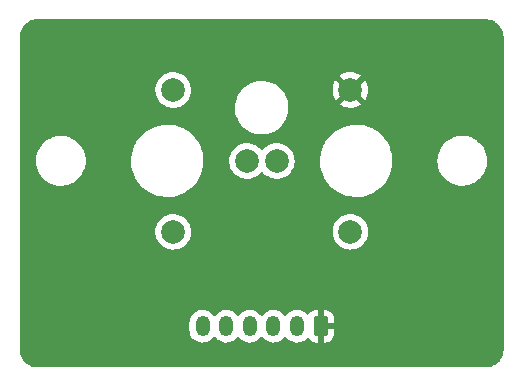
<source format=gbl>
%TF.GenerationSoftware,KiCad,Pcbnew,5.99.0-unknown-56f6e7cc17~117~ubuntu20.04.1*%
%TF.CreationDate,2021-03-07T11:01:33-05:00*%
%TF.ProjectId,LC24.2 Breakout,4c433234-2e32-4204-9272-65616b6f7574,rev?*%
%TF.SameCoordinates,Original*%
%TF.FileFunction,Copper,L2,Bot*%
%TF.FilePolarity,Positive*%
%FSLAX46Y46*%
G04 Gerber Fmt 4.6, Leading zero omitted, Abs format (unit mm)*
G04 Created by KiCad (PCBNEW 5.99.0-unknown-56f6e7cc17~117~ubuntu20.04.1) date 2021-03-07 11:01:33*
%MOMM*%
%LPD*%
G01*
G04 APERTURE LIST*
G04 Aperture macros list*
%AMRoundRect*
0 Rectangle with rounded corners*
0 $1 Rounding radius*
0 $2 $3 $4 $5 $6 $7 $8 $9 X,Y pos of 4 corners*
0 Add a 4 corners polygon primitive as box body*
4,1,4,$2,$3,$4,$5,$6,$7,$8,$9,$2,$3,0*
0 Add four circle primitives for the rounded corners*
1,1,$1+$1,$2,$3*
1,1,$1+$1,$4,$5*
1,1,$1+$1,$6,$7*
1,1,$1+$1,$8,$9*
0 Add four rect primitives between the rounded corners*
20,1,$1+$1,$2,$3,$4,$5,0*
20,1,$1+$1,$4,$5,$6,$7,0*
20,1,$1+$1,$6,$7,$8,$9,0*
20,1,$1+$1,$8,$9,$2,$3,0*%
G04 Aperture macros list end*
%TA.AperFunction,ComponentPad*%
%ADD10C,2.000000*%
%TD*%
%TA.AperFunction,ComponentPad*%
%ADD11O,1.200000X1.750000*%
%TD*%
%TA.AperFunction,ComponentPad*%
%ADD12RoundRect,0.250000X0.350000X0.625000X-0.350000X0.625000X-0.350000X-0.625000X0.350000X-0.625000X0*%
%TD*%
G04 APERTURE END LIST*
D10*
%TO.P,SW1,5*%
%TO.N,SW1*%
X167285000Y-105500000D03*
%TO.P,SW1,6*%
%TO.N,SW2*%
X164765000Y-105500000D03*
%TO.P,SW1,4,DAT*%
%TO.N,DAT*%
X158515000Y-111500000D03*
%TO.P,SW1,2,5V*%
%TO.N,+5V*%
X173515000Y-111500000D03*
%TO.P,SW1,1,GND*%
%TO.N,GND*%
X173515000Y-99500000D03*
%TO.P,SW1,3,CLK*%
%TO.N,CLK*%
X158515000Y-99500000D03*
%TD*%
D11*
%TO.P,J1,6,Pin_6*%
%TO.N,SW2*%
X161000000Y-119500000D03*
%TO.P,J1,5,Pin_5*%
%TO.N,SW1*%
X163000000Y-119500000D03*
%TO.P,J1,4,Pin_4*%
%TO.N,CLK*%
X165000000Y-119500000D03*
%TO.P,J1,3,Pin_3*%
%TO.N,DAT*%
X167000000Y-119500000D03*
%TO.P,J1,2,Pin_2*%
%TO.N,+5V*%
X169000000Y-119500000D03*
D12*
%TO.P,J1,1,Pin_1*%
%TO.N,GND*%
X171000000Y-119500000D03*
%TD*%
%TA.AperFunction,Conductor*%
%TO.N,GND*%
G36*
X184939027Y-93509874D02*
G01*
X184947679Y-93511383D01*
X184947680Y-93511383D01*
X184952473Y-93512219D01*
X184957332Y-93512308D01*
X184957337Y-93512308D01*
X185067689Y-93514318D01*
X185074380Y-93514618D01*
X185090883Y-93515798D01*
X185119546Y-93517848D01*
X185128453Y-93518806D01*
X185294048Y-93542615D01*
X185302876Y-93544208D01*
X185329239Y-93549942D01*
X185337945Y-93552165D01*
X185498462Y-93599297D01*
X185506996Y-93602137D01*
X185532236Y-93611551D01*
X185540547Y-93614994D01*
X185692736Y-93684497D01*
X185700778Y-93688522D01*
X185724425Y-93701434D01*
X185732160Y-93706024D01*
X185872883Y-93796460D01*
X185880273Y-93801590D01*
X185901864Y-93817753D01*
X185908867Y-93823397D01*
X186035292Y-93932945D01*
X186041874Y-93939074D01*
X186060927Y-93958127D01*
X186067057Y-93964710D01*
X186176607Y-94091139D01*
X186182246Y-94098137D01*
X186198406Y-94119722D01*
X186203533Y-94127106D01*
X186293981Y-94267847D01*
X186298570Y-94275581D01*
X186311478Y-94299220D01*
X186315500Y-94307255D01*
X186384997Y-94459430D01*
X186388440Y-94467742D01*
X186397867Y-94493018D01*
X186400707Y-94501551D01*
X186447832Y-94662044D01*
X186450055Y-94670753D01*
X186455787Y-94697097D01*
X186457383Y-94705942D01*
X186457386Y-94705959D01*
X186481193Y-94871550D01*
X186482154Y-94880490D01*
X186485382Y-94925616D01*
X186485682Y-94932311D01*
X186487381Y-95025565D01*
X186487721Y-95044250D01*
X186488437Y-95048671D01*
X186488437Y-95048676D01*
X186490381Y-95060685D01*
X186492000Y-95080816D01*
X186492000Y-121417379D01*
X186490126Y-121439027D01*
X186487781Y-121452473D01*
X186487692Y-121457332D01*
X186487692Y-121457337D01*
X186485682Y-121567689D01*
X186485382Y-121574380D01*
X186482152Y-121619546D01*
X186481195Y-121628450D01*
X186472761Y-121687107D01*
X186457385Y-121794045D01*
X186455789Y-121802891D01*
X186450056Y-121829244D01*
X186447840Y-121837928D01*
X186419443Y-121934640D01*
X186400702Y-121998465D01*
X186397862Y-122006998D01*
X186388450Y-122032233D01*
X186385008Y-122040543D01*
X186315501Y-122192742D01*
X186311475Y-122200785D01*
X186298571Y-122224417D01*
X186293981Y-122232152D01*
X186203535Y-122372891D01*
X186198411Y-122380271D01*
X186185105Y-122398046D01*
X186182255Y-122401853D01*
X186176614Y-122408853D01*
X186067063Y-122535284D01*
X186060933Y-122541867D01*
X186041868Y-122560932D01*
X186035285Y-122567062D01*
X185908859Y-122676610D01*
X185901865Y-122682246D01*
X185880260Y-122698420D01*
X185872902Y-122703528D01*
X185761071Y-122775397D01*
X185732156Y-122793979D01*
X185724428Y-122798565D01*
X185700769Y-122811483D01*
X185692735Y-122815505D01*
X185540549Y-122885006D01*
X185532238Y-122888448D01*
X185506989Y-122897865D01*
X185498457Y-122900705D01*
X185433057Y-122919908D01*
X185337953Y-122947833D01*
X185329247Y-122950055D01*
X185302894Y-122955788D01*
X185294047Y-122957385D01*
X185253048Y-122963280D01*
X185128451Y-122981193D01*
X185119510Y-122982154D01*
X185074383Y-122985382D01*
X185067688Y-122985682D01*
X184960233Y-122987639D01*
X184960228Y-122987639D01*
X184955751Y-122987721D01*
X184940891Y-122990126D01*
X184939309Y-122990382D01*
X184919179Y-122992000D01*
X147082621Y-122992000D01*
X147060973Y-122990126D01*
X147052321Y-122988617D01*
X147052320Y-122988617D01*
X147047527Y-122987781D01*
X147042668Y-122987692D01*
X147042663Y-122987692D01*
X146932311Y-122985682D01*
X146925620Y-122985382D01*
X146909117Y-122984202D01*
X146880454Y-122982152D01*
X146871550Y-122981195D01*
X146732990Y-122961272D01*
X146705955Y-122957385D01*
X146697108Y-122955789D01*
X146670756Y-122950056D01*
X146662072Y-122947840D01*
X146565360Y-122919443D01*
X146501535Y-122900702D01*
X146493002Y-122897862D01*
X146467767Y-122888450D01*
X146459457Y-122885008D01*
X146307258Y-122815501D01*
X146299215Y-122811475D01*
X146275583Y-122798571D01*
X146267848Y-122793981D01*
X146157161Y-122722848D01*
X146127104Y-122703532D01*
X146119729Y-122698411D01*
X146098147Y-122682255D01*
X146091147Y-122676614D01*
X145964716Y-122567063D01*
X145958133Y-122560933D01*
X145939068Y-122541868D01*
X145932938Y-122535285D01*
X145823390Y-122408859D01*
X145817749Y-122401859D01*
X145817745Y-122401853D01*
X145801580Y-122380260D01*
X145796472Y-122372902D01*
X145706021Y-122232156D01*
X145701431Y-122224421D01*
X145688521Y-122200778D01*
X145684495Y-122192735D01*
X145614994Y-122040549D01*
X145611552Y-122032238D01*
X145602135Y-122006989D01*
X145599295Y-121998457D01*
X145552169Y-121837962D01*
X145549945Y-121829247D01*
X145544212Y-121802894D01*
X145542614Y-121794041D01*
X145518807Y-121628451D01*
X145517846Y-121619510D01*
X145514618Y-121574383D01*
X145514318Y-121567688D01*
X145512361Y-121460233D01*
X145512361Y-121460228D01*
X145512279Y-121455751D01*
X145509618Y-121439309D01*
X145508000Y-121419179D01*
X145508000Y-119122762D01*
X159891500Y-119122762D01*
X159891500Y-119827406D01*
X159906589Y-119985558D01*
X159966131Y-120188518D01*
X160062978Y-120376558D01*
X160193635Y-120542891D01*
X160198165Y-120546822D01*
X160198166Y-120546823D01*
X160348856Y-120677587D01*
X160348861Y-120677591D01*
X160353387Y-120681518D01*
X160536471Y-120787434D01*
X160542147Y-120789405D01*
X160730607Y-120854850D01*
X160730610Y-120854851D01*
X160736281Y-120856820D01*
X160855237Y-120874068D01*
X160939666Y-120886310D01*
X160939669Y-120886310D01*
X160945606Y-120887171D01*
X161156894Y-120877391D01*
X161288460Y-120845683D01*
X161356687Y-120829241D01*
X161356689Y-120829240D01*
X161362520Y-120827835D01*
X161367978Y-120825353D01*
X161367982Y-120825352D01*
X161484776Y-120772249D01*
X161555066Y-120740290D01*
X161727584Y-120617914D01*
X161736782Y-120608306D01*
X161869698Y-120469460D01*
X161869702Y-120469455D01*
X161873848Y-120465124D01*
X161877101Y-120460086D01*
X161877105Y-120460081D01*
X161894741Y-120432767D01*
X161948496Y-120386389D01*
X162018791Y-120376435D01*
X162083309Y-120406066D01*
X162099678Y-120423280D01*
X162184592Y-120531379D01*
X162193635Y-120542891D01*
X162198165Y-120546822D01*
X162198166Y-120546823D01*
X162348856Y-120677587D01*
X162348861Y-120677591D01*
X162353387Y-120681518D01*
X162536471Y-120787434D01*
X162542147Y-120789405D01*
X162730607Y-120854850D01*
X162730610Y-120854851D01*
X162736281Y-120856820D01*
X162855237Y-120874068D01*
X162939666Y-120886310D01*
X162939669Y-120886310D01*
X162945606Y-120887171D01*
X163156894Y-120877391D01*
X163288460Y-120845683D01*
X163356687Y-120829241D01*
X163356689Y-120829240D01*
X163362520Y-120827835D01*
X163367978Y-120825353D01*
X163367982Y-120825352D01*
X163484776Y-120772249D01*
X163555066Y-120740290D01*
X163727584Y-120617914D01*
X163736782Y-120608306D01*
X163869698Y-120469460D01*
X163869702Y-120469455D01*
X163873848Y-120465124D01*
X163877101Y-120460086D01*
X163877105Y-120460081D01*
X163894741Y-120432767D01*
X163948496Y-120386389D01*
X164018791Y-120376435D01*
X164083309Y-120406066D01*
X164099678Y-120423280D01*
X164184592Y-120531379D01*
X164193635Y-120542891D01*
X164198165Y-120546822D01*
X164198166Y-120546823D01*
X164348856Y-120677587D01*
X164348861Y-120677591D01*
X164353387Y-120681518D01*
X164536471Y-120787434D01*
X164542147Y-120789405D01*
X164730607Y-120854850D01*
X164730610Y-120854851D01*
X164736281Y-120856820D01*
X164855237Y-120874068D01*
X164939666Y-120886310D01*
X164939669Y-120886310D01*
X164945606Y-120887171D01*
X165156894Y-120877391D01*
X165288460Y-120845683D01*
X165356687Y-120829241D01*
X165356689Y-120829240D01*
X165362520Y-120827835D01*
X165367978Y-120825353D01*
X165367982Y-120825352D01*
X165484776Y-120772249D01*
X165555066Y-120740290D01*
X165727584Y-120617914D01*
X165736782Y-120608306D01*
X165869698Y-120469460D01*
X165869702Y-120469455D01*
X165873848Y-120465124D01*
X165877101Y-120460086D01*
X165877105Y-120460081D01*
X165894741Y-120432767D01*
X165948496Y-120386389D01*
X166018791Y-120376435D01*
X166083309Y-120406066D01*
X166099678Y-120423280D01*
X166184592Y-120531379D01*
X166193635Y-120542891D01*
X166198165Y-120546822D01*
X166198166Y-120546823D01*
X166348856Y-120677587D01*
X166348861Y-120677591D01*
X166353387Y-120681518D01*
X166536471Y-120787434D01*
X166542147Y-120789405D01*
X166730607Y-120854850D01*
X166730610Y-120854851D01*
X166736281Y-120856820D01*
X166855237Y-120874068D01*
X166939666Y-120886310D01*
X166939669Y-120886310D01*
X166945606Y-120887171D01*
X167156894Y-120877391D01*
X167288460Y-120845683D01*
X167356687Y-120829241D01*
X167356689Y-120829240D01*
X167362520Y-120827835D01*
X167367978Y-120825353D01*
X167367982Y-120825352D01*
X167484776Y-120772249D01*
X167555066Y-120740290D01*
X167727584Y-120617914D01*
X167736782Y-120608306D01*
X167869698Y-120469460D01*
X167869702Y-120469455D01*
X167873848Y-120465124D01*
X167877101Y-120460086D01*
X167877105Y-120460081D01*
X167894741Y-120432767D01*
X167948496Y-120386389D01*
X168018791Y-120376435D01*
X168083309Y-120406066D01*
X168099678Y-120423280D01*
X168184592Y-120531379D01*
X168193635Y-120542891D01*
X168198165Y-120546822D01*
X168198166Y-120546823D01*
X168348856Y-120677587D01*
X168348861Y-120677591D01*
X168353387Y-120681518D01*
X168536471Y-120787434D01*
X168542147Y-120789405D01*
X168730607Y-120854850D01*
X168730610Y-120854851D01*
X168736281Y-120856820D01*
X168855237Y-120874068D01*
X168939666Y-120886310D01*
X168939669Y-120886310D01*
X168945606Y-120887171D01*
X169156894Y-120877391D01*
X169288460Y-120845683D01*
X169356687Y-120829241D01*
X169356689Y-120829240D01*
X169362520Y-120827835D01*
X169367978Y-120825353D01*
X169367982Y-120825352D01*
X169484776Y-120772249D01*
X169555066Y-120740290D01*
X169727584Y-120617914D01*
X169819460Y-120521939D01*
X169881013Y-120486564D01*
X169951923Y-120490083D01*
X170009673Y-120531379D01*
X170015848Y-120539986D01*
X170060641Y-120608306D01*
X170069965Y-120619458D01*
X170187629Y-120730922D01*
X170199276Y-120739635D01*
X170339429Y-120821043D01*
X170352754Y-120826837D01*
X170508700Y-120874068D01*
X170521323Y-120876516D01*
X170591184Y-120882751D01*
X170596779Y-120883000D01*
X170727885Y-120883000D01*
X170743124Y-120878525D01*
X170744329Y-120877135D01*
X170746000Y-120869452D01*
X170746000Y-119767548D01*
X171254000Y-119767548D01*
X171254000Y-120864885D01*
X171258475Y-120880124D01*
X171259865Y-120881329D01*
X171267548Y-120883000D01*
X171389223Y-120883000D01*
X171396524Y-120882576D01*
X171518255Y-120868383D01*
X171532410Y-120865037D01*
X171684761Y-120809737D01*
X171697760Y-120803227D01*
X171833306Y-120714359D01*
X171844458Y-120705035D01*
X171955922Y-120587371D01*
X171964635Y-120575724D01*
X172046043Y-120435571D01*
X172051837Y-120422246D01*
X172099068Y-120266300D01*
X172101516Y-120253677D01*
X172107751Y-120183816D01*
X172108000Y-120178221D01*
X172108000Y-119772115D01*
X172103525Y-119756876D01*
X172102135Y-119755671D01*
X172094452Y-119754000D01*
X171272115Y-119754000D01*
X171256876Y-119758475D01*
X171255671Y-119759865D01*
X171254000Y-119767548D01*
X170746000Y-119767548D01*
X170746000Y-118135115D01*
X170744659Y-118130548D01*
X171254000Y-118130548D01*
X171254000Y-119227885D01*
X171258475Y-119243124D01*
X171259865Y-119244329D01*
X171267548Y-119246000D01*
X172089885Y-119246000D01*
X172105124Y-119241525D01*
X172106329Y-119240135D01*
X172108000Y-119232452D01*
X172108000Y-118835777D01*
X172107576Y-118828476D01*
X172093383Y-118706745D01*
X172090037Y-118692590D01*
X172034737Y-118540239D01*
X172028227Y-118527240D01*
X171939359Y-118391694D01*
X171930035Y-118380542D01*
X171812371Y-118269078D01*
X171800724Y-118260365D01*
X171660571Y-118178957D01*
X171647246Y-118173163D01*
X171491300Y-118125932D01*
X171478677Y-118123484D01*
X171408816Y-118117249D01*
X171403221Y-118117000D01*
X171272115Y-118117000D01*
X171256876Y-118121475D01*
X171255671Y-118122865D01*
X171254000Y-118130548D01*
X170744659Y-118130548D01*
X170741525Y-118119876D01*
X170740135Y-118118671D01*
X170732452Y-118117000D01*
X170610777Y-118117000D01*
X170603476Y-118117424D01*
X170481745Y-118131617D01*
X170467590Y-118134963D01*
X170315239Y-118190263D01*
X170302240Y-118196773D01*
X170166694Y-118285641D01*
X170155542Y-118294965D01*
X170044078Y-118412629D01*
X170035362Y-118424279D01*
X170020347Y-118450129D01*
X169968836Y-118498987D01*
X169899087Y-118512239D01*
X169833246Y-118485679D01*
X169812307Y-118464674D01*
X169806365Y-118457109D01*
X169801834Y-118453177D01*
X169651144Y-118322413D01*
X169651139Y-118322409D01*
X169646613Y-118318482D01*
X169463529Y-118212566D01*
X169418050Y-118196773D01*
X169269393Y-118145150D01*
X169269390Y-118145149D01*
X169263719Y-118143180D01*
X169131535Y-118124014D01*
X169060334Y-118113690D01*
X169060331Y-118113690D01*
X169054394Y-118112829D01*
X168843106Y-118122609D01*
X168711540Y-118154317D01*
X168643313Y-118170759D01*
X168643311Y-118170760D01*
X168637480Y-118172165D01*
X168632022Y-118174647D01*
X168632018Y-118174648D01*
X168597675Y-118190263D01*
X168444934Y-118259710D01*
X168272416Y-118382086D01*
X168268267Y-118386420D01*
X168268266Y-118386421D01*
X168130302Y-118530540D01*
X168130298Y-118530545D01*
X168126152Y-118534876D01*
X168122899Y-118539914D01*
X168122895Y-118539919D01*
X168105259Y-118567233D01*
X168051504Y-118613611D01*
X167981209Y-118623565D01*
X167916691Y-118593934D01*
X167900322Y-118576720D01*
X167810072Y-118461828D01*
X167810069Y-118461825D01*
X167806365Y-118457109D01*
X167801834Y-118453177D01*
X167651144Y-118322413D01*
X167651139Y-118322409D01*
X167646613Y-118318482D01*
X167463529Y-118212566D01*
X167418050Y-118196773D01*
X167269393Y-118145150D01*
X167269390Y-118145149D01*
X167263719Y-118143180D01*
X167131535Y-118124014D01*
X167060334Y-118113690D01*
X167060331Y-118113690D01*
X167054394Y-118112829D01*
X166843106Y-118122609D01*
X166711540Y-118154317D01*
X166643313Y-118170759D01*
X166643311Y-118170760D01*
X166637480Y-118172165D01*
X166632022Y-118174647D01*
X166632018Y-118174648D01*
X166597675Y-118190263D01*
X166444934Y-118259710D01*
X166272416Y-118382086D01*
X166268267Y-118386420D01*
X166268266Y-118386421D01*
X166130302Y-118530540D01*
X166130298Y-118530545D01*
X166126152Y-118534876D01*
X166122899Y-118539914D01*
X166122895Y-118539919D01*
X166105259Y-118567233D01*
X166051504Y-118613611D01*
X165981209Y-118623565D01*
X165916691Y-118593934D01*
X165900322Y-118576720D01*
X165810072Y-118461828D01*
X165810069Y-118461825D01*
X165806365Y-118457109D01*
X165801834Y-118453177D01*
X165651144Y-118322413D01*
X165651139Y-118322409D01*
X165646613Y-118318482D01*
X165463529Y-118212566D01*
X165418050Y-118196773D01*
X165269393Y-118145150D01*
X165269390Y-118145149D01*
X165263719Y-118143180D01*
X165131535Y-118124014D01*
X165060334Y-118113690D01*
X165060331Y-118113690D01*
X165054394Y-118112829D01*
X164843106Y-118122609D01*
X164711540Y-118154317D01*
X164643313Y-118170759D01*
X164643311Y-118170760D01*
X164637480Y-118172165D01*
X164632022Y-118174647D01*
X164632018Y-118174648D01*
X164597675Y-118190263D01*
X164444934Y-118259710D01*
X164272416Y-118382086D01*
X164268267Y-118386420D01*
X164268266Y-118386421D01*
X164130302Y-118530540D01*
X164130298Y-118530545D01*
X164126152Y-118534876D01*
X164122899Y-118539914D01*
X164122895Y-118539919D01*
X164105259Y-118567233D01*
X164051504Y-118613611D01*
X163981209Y-118623565D01*
X163916691Y-118593934D01*
X163900322Y-118576720D01*
X163810072Y-118461828D01*
X163810069Y-118461825D01*
X163806365Y-118457109D01*
X163801834Y-118453177D01*
X163651144Y-118322413D01*
X163651139Y-118322409D01*
X163646613Y-118318482D01*
X163463529Y-118212566D01*
X163418050Y-118196773D01*
X163269393Y-118145150D01*
X163269390Y-118145149D01*
X163263719Y-118143180D01*
X163131535Y-118124014D01*
X163060334Y-118113690D01*
X163060331Y-118113690D01*
X163054394Y-118112829D01*
X162843106Y-118122609D01*
X162711540Y-118154317D01*
X162643313Y-118170759D01*
X162643311Y-118170760D01*
X162637480Y-118172165D01*
X162632022Y-118174647D01*
X162632018Y-118174648D01*
X162597675Y-118190263D01*
X162444934Y-118259710D01*
X162272416Y-118382086D01*
X162268267Y-118386420D01*
X162268266Y-118386421D01*
X162130302Y-118530540D01*
X162130298Y-118530545D01*
X162126152Y-118534876D01*
X162122899Y-118539914D01*
X162122895Y-118539919D01*
X162105259Y-118567233D01*
X162051504Y-118613611D01*
X161981209Y-118623565D01*
X161916691Y-118593934D01*
X161900322Y-118576720D01*
X161810072Y-118461828D01*
X161810069Y-118461825D01*
X161806365Y-118457109D01*
X161801834Y-118453177D01*
X161651144Y-118322413D01*
X161651139Y-118322409D01*
X161646613Y-118318482D01*
X161463529Y-118212566D01*
X161418050Y-118196773D01*
X161269393Y-118145150D01*
X161269390Y-118145149D01*
X161263719Y-118143180D01*
X161131535Y-118124014D01*
X161060334Y-118113690D01*
X161060331Y-118113690D01*
X161054394Y-118112829D01*
X160843106Y-118122609D01*
X160711540Y-118154317D01*
X160643313Y-118170759D01*
X160643311Y-118170760D01*
X160637480Y-118172165D01*
X160632022Y-118174647D01*
X160632018Y-118174648D01*
X160597675Y-118190263D01*
X160444934Y-118259710D01*
X160272416Y-118382086D01*
X160268267Y-118386420D01*
X160268266Y-118386421D01*
X160130302Y-118530540D01*
X160130298Y-118530545D01*
X160126152Y-118534876D01*
X160122900Y-118539912D01*
X160122898Y-118539915D01*
X160015178Y-118706745D01*
X160011418Y-118712568D01*
X159932354Y-118908749D01*
X159931206Y-118914630D01*
X159931204Y-118914635D01*
X159909309Y-119026754D01*
X159891814Y-119116341D01*
X159891500Y-119122762D01*
X145508000Y-119122762D01*
X145508000Y-111605576D01*
X157005187Y-111605576D01*
X157041488Y-111845609D01*
X157043034Y-111850425D01*
X157043035Y-111850428D01*
X157091964Y-112002821D01*
X157115700Y-112076750D01*
X157225911Y-112293053D01*
X157228901Y-112297138D01*
X157330187Y-112435527D01*
X157369288Y-112488952D01*
X157542141Y-112659408D01*
X157546266Y-112662340D01*
X157546269Y-112662342D01*
X157735898Y-112797105D01*
X157735902Y-112797108D01*
X157740023Y-112800036D01*
X157744561Y-112802269D01*
X157744566Y-112802272D01*
X157902602Y-112880035D01*
X157957843Y-112907217D01*
X157962678Y-112908695D01*
X157962680Y-112908696D01*
X158041295Y-112932730D01*
X158189998Y-112978193D01*
X158195017Y-112978880D01*
X158195019Y-112978881D01*
X158370240Y-113002883D01*
X158430514Y-113011140D01*
X158499858Y-113009445D01*
X158668143Y-113005333D01*
X158668147Y-113005333D01*
X158673204Y-113005209D01*
X158911823Y-112960552D01*
X159140234Y-112878320D01*
X159352558Y-112760626D01*
X159356536Y-112757496D01*
X159356540Y-112757493D01*
X159539358Y-112613629D01*
X159539359Y-112613628D01*
X159543334Y-112610500D01*
X159655104Y-112488952D01*
X159704231Y-112435527D01*
X159704234Y-112435523D01*
X159707654Y-112431804D01*
X159841290Y-112229134D01*
X159907746Y-112081263D01*
X159938730Y-112012322D01*
X159938732Y-112012316D01*
X159940804Y-112007706D01*
X159982946Y-111850428D01*
X160002327Y-111778098D01*
X160002327Y-111778097D01*
X160003635Y-111773216D01*
X160020663Y-111605576D01*
X172005187Y-111605576D01*
X172041488Y-111845609D01*
X172043034Y-111850425D01*
X172043035Y-111850428D01*
X172091964Y-112002821D01*
X172115700Y-112076750D01*
X172225911Y-112293053D01*
X172228901Y-112297138D01*
X172330187Y-112435527D01*
X172369288Y-112488952D01*
X172542141Y-112659408D01*
X172546266Y-112662340D01*
X172546269Y-112662342D01*
X172735898Y-112797105D01*
X172735902Y-112797108D01*
X172740023Y-112800036D01*
X172744561Y-112802269D01*
X172744566Y-112802272D01*
X172902602Y-112880035D01*
X172957843Y-112907217D01*
X172962678Y-112908695D01*
X172962680Y-112908696D01*
X173041295Y-112932730D01*
X173189998Y-112978193D01*
X173195017Y-112978880D01*
X173195019Y-112978881D01*
X173370240Y-113002883D01*
X173430514Y-113011140D01*
X173499858Y-113009445D01*
X173668143Y-113005333D01*
X173668147Y-113005333D01*
X173673204Y-113005209D01*
X173911823Y-112960552D01*
X174140234Y-112878320D01*
X174352558Y-112760626D01*
X174356536Y-112757496D01*
X174356540Y-112757493D01*
X174539358Y-112613629D01*
X174539359Y-112613628D01*
X174543334Y-112610500D01*
X174655104Y-112488952D01*
X174704231Y-112435527D01*
X174704234Y-112435523D01*
X174707654Y-112431804D01*
X174841290Y-112229134D01*
X174907746Y-112081263D01*
X174938730Y-112012322D01*
X174938732Y-112012316D01*
X174940804Y-112007706D01*
X174982946Y-111850428D01*
X175002327Y-111778098D01*
X175002327Y-111778097D01*
X175003635Y-111773216D01*
X175028168Y-111531696D01*
X175028500Y-111500000D01*
X175009031Y-111258020D01*
X174977243Y-111128600D01*
X174952331Y-111027179D01*
X174951124Y-111022265D01*
X174898741Y-110898857D01*
X174858245Y-110803456D01*
X174858245Y-110803455D01*
X174856269Y-110798801D01*
X174726907Y-110593378D01*
X174566365Y-110411279D01*
X174378775Y-110257191D01*
X174168962Y-110135076D01*
X174164235Y-110133262D01*
X174164232Y-110133260D01*
X173947048Y-110049891D01*
X173947044Y-110049890D01*
X173942324Y-110048078D01*
X173937374Y-110047044D01*
X173937371Y-110047043D01*
X173709643Y-109999468D01*
X173709639Y-109999468D01*
X173704692Y-109998434D01*
X173462180Y-109987422D01*
X173457160Y-109988003D01*
X173457156Y-109988003D01*
X173226056Y-110014742D01*
X173221026Y-110015324D01*
X173216155Y-110016702D01*
X173216152Y-110016703D01*
X173108955Y-110047037D01*
X172987436Y-110081424D01*
X172877427Y-110132722D01*
X172772001Y-110181882D01*
X172771997Y-110181884D01*
X172767419Y-110184019D01*
X172566635Y-110320472D01*
X172390250Y-110487271D01*
X172387172Y-110491297D01*
X172387171Y-110491298D01*
X172245875Y-110676105D01*
X172245872Y-110676109D01*
X172242802Y-110680125D01*
X172128085Y-110894072D01*
X172126439Y-110898853D01*
X172126437Y-110898857D01*
X172083944Y-111022265D01*
X172049049Y-111123608D01*
X172007729Y-111362828D01*
X172005187Y-111605576D01*
X160020663Y-111605576D01*
X160028168Y-111531696D01*
X160028500Y-111500000D01*
X160009031Y-111258020D01*
X159977243Y-111128600D01*
X159952331Y-111027179D01*
X159951124Y-111022265D01*
X159898741Y-110898857D01*
X159858245Y-110803456D01*
X159858245Y-110803455D01*
X159856269Y-110798801D01*
X159726907Y-110593378D01*
X159566365Y-110411279D01*
X159378775Y-110257191D01*
X159168962Y-110135076D01*
X159164235Y-110133262D01*
X159164232Y-110133260D01*
X158947048Y-110049891D01*
X158947044Y-110049890D01*
X158942324Y-110048078D01*
X158937374Y-110047044D01*
X158937371Y-110047043D01*
X158709643Y-109999468D01*
X158709639Y-109999468D01*
X158704692Y-109998434D01*
X158462180Y-109987422D01*
X158457160Y-109988003D01*
X158457156Y-109988003D01*
X158226056Y-110014742D01*
X158221026Y-110015324D01*
X158216155Y-110016702D01*
X158216152Y-110016703D01*
X158108955Y-110047037D01*
X157987436Y-110081424D01*
X157877427Y-110132722D01*
X157772001Y-110181882D01*
X157771997Y-110181884D01*
X157767419Y-110184019D01*
X157566635Y-110320472D01*
X157390250Y-110487271D01*
X157387172Y-110491297D01*
X157387171Y-110491298D01*
X157245875Y-110676105D01*
X157245872Y-110676109D01*
X157242802Y-110680125D01*
X157128085Y-110894072D01*
X157126439Y-110898853D01*
X157126437Y-110898857D01*
X157083944Y-111022265D01*
X157049049Y-111123608D01*
X157007729Y-111362828D01*
X157005187Y-111605576D01*
X145508000Y-111605576D01*
X145508000Y-105477868D01*
X146886616Y-105477868D01*
X146903166Y-105764892D01*
X146903991Y-105769097D01*
X146903992Y-105769105D01*
X146915223Y-105826348D01*
X146958516Y-106047014D01*
X146959903Y-106051065D01*
X147042754Y-106293053D01*
X147051642Y-106319014D01*
X147053568Y-106322843D01*
X147128048Y-106470929D01*
X147180822Y-106575859D01*
X147230133Y-106647607D01*
X147309497Y-106763082D01*
X147343664Y-106812796D01*
X147537155Y-107025440D01*
X147757716Y-107209857D01*
X147761357Y-107212141D01*
X147997624Y-107360352D01*
X147997628Y-107360354D01*
X148001264Y-107362635D01*
X148263293Y-107480945D01*
X148267412Y-107482165D01*
X148534841Y-107561382D01*
X148534846Y-107561383D01*
X148538954Y-107562600D01*
X148543188Y-107563248D01*
X148543193Y-107563249D01*
X148796037Y-107601940D01*
X148823147Y-107606088D01*
X148969498Y-107608387D01*
X149106321Y-107610537D01*
X149106327Y-107610537D01*
X149110612Y-107610604D01*
X149114864Y-107610089D01*
X149114872Y-107610089D01*
X149336529Y-107583265D01*
X149396030Y-107576064D01*
X149400179Y-107574976D01*
X149400182Y-107574975D01*
X149669970Y-107504198D01*
X149674121Y-107503109D01*
X149939736Y-107393087D01*
X149988827Y-107364401D01*
X150184255Y-107250202D01*
X150184257Y-107250200D01*
X150187963Y-107248035D01*
X150414208Y-107070637D01*
X150471865Y-107011140D01*
X150571139Y-106908696D01*
X150614283Y-106864175D01*
X150616816Y-106860727D01*
X150616820Y-106860722D01*
X150781949Y-106635925D01*
X150784487Y-106632470D01*
X150815224Y-106575859D01*
X150919621Y-106383585D01*
X150919622Y-106383583D01*
X150921671Y-106379809D01*
X151023295Y-106110869D01*
X151054255Y-105975689D01*
X151086521Y-105834808D01*
X151086522Y-105834804D01*
X151087479Y-105830624D01*
X151092970Y-105769105D01*
X151107445Y-105606915D01*
X154953366Y-105606915D01*
X154953693Y-105610471D01*
X154953693Y-105610478D01*
X154974839Y-105840604D01*
X154985150Y-105952814D01*
X155055886Y-106292892D01*
X155057003Y-106296279D01*
X155057005Y-106296287D01*
X155161649Y-106613629D01*
X155164666Y-106622777D01*
X155166161Y-106626019D01*
X155166161Y-106626020D01*
X155283264Y-106880035D01*
X155310090Y-106938226D01*
X155490289Y-107235186D01*
X155492473Y-107238006D01*
X155492478Y-107238014D01*
X155698581Y-107504198D01*
X155702947Y-107509837D01*
X155945329Y-107758649D01*
X156214320Y-107978424D01*
X156241577Y-107995956D01*
X156503457Y-108164404D01*
X156503465Y-108164408D01*
X156506460Y-108166335D01*
X156817995Y-108319967D01*
X156821352Y-108321172D01*
X156821356Y-108321174D01*
X156939131Y-108363459D01*
X157144919Y-108437344D01*
X157483029Y-108516959D01*
X157486560Y-108517377D01*
X157486566Y-108517378D01*
X157824435Y-108557367D01*
X157824441Y-108557367D01*
X157827978Y-108557786D01*
X157831540Y-108557802D01*
X157831547Y-108557802D01*
X158001655Y-108558544D01*
X158175331Y-108559302D01*
X158520623Y-108521486D01*
X158524104Y-108520698D01*
X158524112Y-108520697D01*
X158772873Y-108464407D01*
X158859415Y-108444825D01*
X159187351Y-108330305D01*
X159206282Y-108321174D01*
X159497003Y-108180946D01*
X159497006Y-108180945D01*
X159500214Y-108179397D01*
X159793984Y-107994043D01*
X160064882Y-107776624D01*
X160309426Y-107529937D01*
X160325272Y-107509837D01*
X160522259Y-107259958D01*
X160524472Y-107257151D01*
X160526350Y-107254116D01*
X160526355Y-107254109D01*
X160705376Y-106964814D01*
X160707256Y-106961776D01*
X160855428Y-106647607D01*
X160967082Y-106318685D01*
X160967892Y-106314958D01*
X161040026Y-105982723D01*
X161040783Y-105979237D01*
X161075584Y-105633628D01*
X161076196Y-105605576D01*
X163255187Y-105605576D01*
X163255944Y-105610579D01*
X163255944Y-105610584D01*
X163290731Y-105840604D01*
X163291488Y-105845609D01*
X163293034Y-105850425D01*
X163293035Y-105850428D01*
X163356153Y-106047014D01*
X163365700Y-106076750D01*
X163475911Y-106293053D01*
X163478901Y-106297138D01*
X163580187Y-106435527D01*
X163619288Y-106488952D01*
X163792141Y-106659408D01*
X163796266Y-106662340D01*
X163796269Y-106662342D01*
X163985898Y-106797105D01*
X163985902Y-106797108D01*
X163990023Y-106800036D01*
X163994561Y-106802269D01*
X163994566Y-106802272D01*
X164152602Y-106880035D01*
X164207843Y-106907217D01*
X164212678Y-106908695D01*
X164212680Y-106908696D01*
X164291295Y-106932730D01*
X164439998Y-106978193D01*
X164445017Y-106978880D01*
X164445019Y-106978881D01*
X164620240Y-107002883D01*
X164680514Y-107011140D01*
X164749858Y-107009445D01*
X164918143Y-107005333D01*
X164918147Y-107005333D01*
X164923204Y-107005209D01*
X165161823Y-106960552D01*
X165390234Y-106878320D01*
X165602558Y-106760626D01*
X165606536Y-106757496D01*
X165606540Y-106757493D01*
X165789358Y-106613629D01*
X165789359Y-106613628D01*
X165793334Y-106610500D01*
X165931672Y-106460059D01*
X165992505Y-106423455D01*
X166063470Y-106425550D01*
X166126097Y-106470929D01*
X166139288Y-106488952D01*
X166312141Y-106659408D01*
X166316266Y-106662340D01*
X166316269Y-106662342D01*
X166505898Y-106797105D01*
X166505902Y-106797108D01*
X166510023Y-106800036D01*
X166514561Y-106802269D01*
X166514566Y-106802272D01*
X166672602Y-106880035D01*
X166727843Y-106907217D01*
X166732678Y-106908695D01*
X166732680Y-106908696D01*
X166811295Y-106932730D01*
X166959998Y-106978193D01*
X166965017Y-106978880D01*
X166965019Y-106978881D01*
X167140240Y-107002883D01*
X167200514Y-107011140D01*
X167269858Y-107009445D01*
X167438143Y-107005333D01*
X167438147Y-107005333D01*
X167443204Y-107005209D01*
X167681823Y-106960552D01*
X167910234Y-106878320D01*
X168122558Y-106760626D01*
X168126536Y-106757496D01*
X168126540Y-106757493D01*
X168309358Y-106613629D01*
X168309359Y-106613628D01*
X168313334Y-106610500D01*
X168341938Y-106579394D01*
X168474231Y-106435527D01*
X168474234Y-106435523D01*
X168477654Y-106431804D01*
X168611290Y-106229134D01*
X168677746Y-106081263D01*
X168708730Y-106012322D01*
X168708732Y-106012316D01*
X168710804Y-106007706D01*
X168752946Y-105850428D01*
X168772327Y-105778098D01*
X168772327Y-105778097D01*
X168773635Y-105773216D01*
X168790527Y-105606915D01*
X170953366Y-105606915D01*
X170953693Y-105610471D01*
X170953693Y-105610478D01*
X170974839Y-105840604D01*
X170985150Y-105952814D01*
X171055886Y-106292892D01*
X171057003Y-106296279D01*
X171057005Y-106296287D01*
X171161649Y-106613629D01*
X171164666Y-106622777D01*
X171166161Y-106626019D01*
X171166161Y-106626020D01*
X171283264Y-106880035D01*
X171310090Y-106938226D01*
X171490289Y-107235186D01*
X171492473Y-107238006D01*
X171492478Y-107238014D01*
X171698581Y-107504198D01*
X171702947Y-107509837D01*
X171945329Y-107758649D01*
X172214320Y-107978424D01*
X172241577Y-107995956D01*
X172503457Y-108164404D01*
X172503465Y-108164408D01*
X172506460Y-108166335D01*
X172817995Y-108319967D01*
X172821352Y-108321172D01*
X172821356Y-108321174D01*
X172939131Y-108363459D01*
X173144919Y-108437344D01*
X173483029Y-108516959D01*
X173486560Y-108517377D01*
X173486566Y-108517378D01*
X173824435Y-108557367D01*
X173824441Y-108557367D01*
X173827978Y-108557786D01*
X173831540Y-108557802D01*
X173831547Y-108557802D01*
X174001655Y-108558544D01*
X174175331Y-108559302D01*
X174520623Y-108521486D01*
X174524104Y-108520698D01*
X174524112Y-108520697D01*
X174772873Y-108464407D01*
X174859415Y-108444825D01*
X175187351Y-108330305D01*
X175206282Y-108321174D01*
X175497003Y-108180946D01*
X175497006Y-108180945D01*
X175500214Y-108179397D01*
X175793984Y-107994043D01*
X176064882Y-107776624D01*
X176309426Y-107529937D01*
X176325272Y-107509837D01*
X176522259Y-107259958D01*
X176524472Y-107257151D01*
X176526350Y-107254116D01*
X176526355Y-107254109D01*
X176705376Y-106964814D01*
X176707256Y-106961776D01*
X176855428Y-106647607D01*
X176967082Y-106318685D01*
X176967892Y-106314958D01*
X177040026Y-105982723D01*
X177040783Y-105979237D01*
X177075584Y-105633628D01*
X177078500Y-105500000D01*
X177077243Y-105477868D01*
X180886616Y-105477868D01*
X180903166Y-105764892D01*
X180903991Y-105769097D01*
X180903992Y-105769105D01*
X180915223Y-105826348D01*
X180958516Y-106047014D01*
X180959903Y-106051065D01*
X181042754Y-106293053D01*
X181051642Y-106319014D01*
X181053568Y-106322843D01*
X181128048Y-106470929D01*
X181180822Y-106575859D01*
X181230133Y-106647607D01*
X181309497Y-106763082D01*
X181343664Y-106812796D01*
X181537155Y-107025440D01*
X181757716Y-107209857D01*
X181761357Y-107212141D01*
X181997624Y-107360352D01*
X181997628Y-107360354D01*
X182001264Y-107362635D01*
X182263293Y-107480945D01*
X182267412Y-107482165D01*
X182534841Y-107561382D01*
X182534846Y-107561383D01*
X182538954Y-107562600D01*
X182543188Y-107563248D01*
X182543193Y-107563249D01*
X182796037Y-107601940D01*
X182823147Y-107606088D01*
X182969498Y-107608387D01*
X183106321Y-107610537D01*
X183106327Y-107610537D01*
X183110612Y-107610604D01*
X183114864Y-107610089D01*
X183114872Y-107610089D01*
X183336529Y-107583265D01*
X183396030Y-107576064D01*
X183400179Y-107574976D01*
X183400182Y-107574975D01*
X183669970Y-107504198D01*
X183674121Y-107503109D01*
X183939736Y-107393087D01*
X183988827Y-107364401D01*
X184184255Y-107250202D01*
X184184257Y-107250200D01*
X184187963Y-107248035D01*
X184414208Y-107070637D01*
X184471865Y-107011140D01*
X184571139Y-106908696D01*
X184614283Y-106864175D01*
X184616816Y-106860727D01*
X184616820Y-106860722D01*
X184781949Y-106635925D01*
X184784487Y-106632470D01*
X184815224Y-106575859D01*
X184919621Y-106383585D01*
X184919622Y-106383583D01*
X184921671Y-106379809D01*
X185023295Y-106110869D01*
X185054255Y-105975689D01*
X185086521Y-105834808D01*
X185086522Y-105834804D01*
X185087479Y-105830624D01*
X185092970Y-105769105D01*
X185112816Y-105546728D01*
X185112816Y-105546726D01*
X185113036Y-105544262D01*
X185113500Y-105500000D01*
X185103809Y-105357839D01*
X185094238Y-105217442D01*
X185094237Y-105217436D01*
X185093946Y-105213165D01*
X185089409Y-105191254D01*
X185036513Y-104935835D01*
X185035644Y-104931638D01*
X184939674Y-104660628D01*
X184807812Y-104405150D01*
X184642498Y-104169931D01*
X184639573Y-104166783D01*
X184449711Y-103962468D01*
X184449708Y-103962466D01*
X184446790Y-103959325D01*
X184443474Y-103956611D01*
X184443471Y-103956608D01*
X184227629Y-103779942D01*
X184227622Y-103779937D01*
X184224311Y-103777227D01*
X183979176Y-103627009D01*
X183975240Y-103625281D01*
X183719851Y-103513172D01*
X183719847Y-103513171D01*
X183715923Y-103511448D01*
X183439421Y-103432685D01*
X183228794Y-103402708D01*
X183159041Y-103392781D01*
X183159039Y-103392781D01*
X183154789Y-103392176D01*
X183003976Y-103391387D01*
X182871579Y-103390693D01*
X182871573Y-103390693D01*
X182867292Y-103390671D01*
X182863048Y-103391230D01*
X182863044Y-103391230D01*
X182737864Y-103407710D01*
X182582251Y-103428197D01*
X182578111Y-103429330D01*
X182578109Y-103429330D01*
X182561547Y-103433861D01*
X182304940Y-103504061D01*
X182283580Y-103513172D01*
X182044433Y-103615176D01*
X182044426Y-103615180D01*
X182040491Y-103616858D01*
X182036810Y-103619061D01*
X181797479Y-103762297D01*
X181797475Y-103762300D01*
X181793797Y-103764501D01*
X181790454Y-103767179D01*
X181790450Y-103767182D01*
X181685739Y-103851072D01*
X181569423Y-103944259D01*
X181566479Y-103947361D01*
X181566475Y-103947365D01*
X181388343Y-104135076D01*
X181371520Y-104152804D01*
X181203752Y-104386279D01*
X181069222Y-104640362D01*
X181005540Y-104814380D01*
X180974626Y-104898857D01*
X180970419Y-104910352D01*
X180909173Y-105191254D01*
X180886616Y-105477868D01*
X177077243Y-105477868D01*
X177070711Y-105362828D01*
X177059010Y-105156770D01*
X177059009Y-105156763D01*
X177058807Y-105153202D01*
X177020042Y-104927600D01*
X177000588Y-104814380D01*
X177000586Y-104814371D01*
X176999983Y-104810862D01*
X176997825Y-104803456D01*
X176903785Y-104480824D01*
X176903785Y-104480823D01*
X176902782Y-104477383D01*
X176875063Y-104411279D01*
X176835790Y-104317624D01*
X176768456Y-104157050D01*
X176598730Y-103853983D01*
X176395787Y-103572077D01*
X176339649Y-103510273D01*
X176164646Y-103317610D01*
X176164644Y-103317608D01*
X176162236Y-103314957D01*
X175901079Y-103085929D01*
X175615674Y-102887937D01*
X175612527Y-102886246D01*
X175612522Y-102886243D01*
X175312847Y-102725222D01*
X175309691Y-102723526D01*
X174987063Y-102594810D01*
X174651937Y-102503445D01*
X174471532Y-102475678D01*
X174312146Y-102451146D01*
X174312142Y-102451146D01*
X174308623Y-102450604D01*
X174271812Y-102449158D01*
X173965105Y-102437107D01*
X173965100Y-102437107D01*
X173961535Y-102436967D01*
X173770733Y-102451146D01*
X173618695Y-102462444D01*
X173618690Y-102462445D01*
X173615133Y-102462709D01*
X173273872Y-102527499D01*
X172942140Y-102630505D01*
X172938862Y-102631948D01*
X172938855Y-102631950D01*
X172627481Y-102768958D01*
X172627476Y-102768960D01*
X172624200Y-102770402D01*
X172324141Y-102945391D01*
X172045820Y-103153223D01*
X172043222Y-103155667D01*
X172043216Y-103155672D01*
X171795420Y-103388776D01*
X171792816Y-103391226D01*
X171790506Y-103393955D01*
X171593211Y-103627009D01*
X171568380Y-103656340D01*
X171566400Y-103659304D01*
X171566398Y-103659306D01*
X171377787Y-103941582D01*
X171375399Y-103945156D01*
X171373760Y-103948338D01*
X171373759Y-103948340D01*
X171353512Y-103987652D01*
X171216353Y-104253962D01*
X171215087Y-104257303D01*
X171215085Y-104257308D01*
X171192234Y-104317624D01*
X171093288Y-104578788D01*
X171071477Y-104664669D01*
X171008665Y-104911990D01*
X171008663Y-104911998D01*
X171007785Y-104915457D01*
X170960944Y-105259641D01*
X170953366Y-105606915D01*
X168790527Y-105606915D01*
X168798168Y-105531696D01*
X168798500Y-105500000D01*
X168787062Y-105357839D01*
X168779437Y-105263061D01*
X168779436Y-105263056D01*
X168779031Y-105258020D01*
X168747243Y-105128600D01*
X168722331Y-105027179D01*
X168721124Y-105022265D01*
X168668741Y-104898857D01*
X168628245Y-104803456D01*
X168628245Y-104803455D01*
X168626269Y-104798801D01*
X168496907Y-104593378D01*
X168336365Y-104411279D01*
X168148775Y-104257191D01*
X167938962Y-104135076D01*
X167934235Y-104133262D01*
X167934232Y-104133260D01*
X167717048Y-104049891D01*
X167717044Y-104049890D01*
X167712324Y-104048078D01*
X167707374Y-104047044D01*
X167707371Y-104047043D01*
X167479643Y-103999468D01*
X167479639Y-103999468D01*
X167474692Y-103998434D01*
X167232180Y-103987422D01*
X167227160Y-103988003D01*
X167227156Y-103988003D01*
X166996056Y-104014742D01*
X166991026Y-104015324D01*
X166986155Y-104016702D01*
X166986152Y-104016703D01*
X166878955Y-104047037D01*
X166757436Y-104081424D01*
X166647427Y-104132722D01*
X166542001Y-104181882D01*
X166541997Y-104181884D01*
X166537419Y-104184019D01*
X166336635Y-104320472D01*
X166247091Y-104405150D01*
X166167068Y-104480824D01*
X166160250Y-104487271D01*
X166157172Y-104491297D01*
X166157171Y-104491298D01*
X166124819Y-104533613D01*
X166067555Y-104575581D01*
X165996691Y-104579926D01*
X165930209Y-104540410D01*
X165924217Y-104533613D01*
X165816365Y-104411279D01*
X165628775Y-104257191D01*
X165418962Y-104135076D01*
X165414235Y-104133262D01*
X165414232Y-104133260D01*
X165197048Y-104049891D01*
X165197044Y-104049890D01*
X165192324Y-104048078D01*
X165187374Y-104047044D01*
X165187371Y-104047043D01*
X164959643Y-103999468D01*
X164959639Y-103999468D01*
X164954692Y-103998434D01*
X164712180Y-103987422D01*
X164707160Y-103988003D01*
X164707156Y-103988003D01*
X164476056Y-104014742D01*
X164471026Y-104015324D01*
X164466155Y-104016702D01*
X164466152Y-104016703D01*
X164358955Y-104047037D01*
X164237436Y-104081424D01*
X164127427Y-104132722D01*
X164022001Y-104181882D01*
X164021997Y-104181884D01*
X164017419Y-104184019D01*
X163816635Y-104320472D01*
X163727091Y-104405150D01*
X163647068Y-104480824D01*
X163640250Y-104487271D01*
X163637172Y-104491297D01*
X163637171Y-104491298D01*
X163495875Y-104676105D01*
X163495872Y-104676109D01*
X163492802Y-104680125D01*
X163378085Y-104894072D01*
X163376439Y-104898853D01*
X163376437Y-104898857D01*
X163333944Y-105022265D01*
X163299049Y-105123608D01*
X163257729Y-105362828D01*
X163257676Y-105367888D01*
X163256480Y-105482148D01*
X163255187Y-105605576D01*
X161076196Y-105605576D01*
X161078500Y-105500000D01*
X161070711Y-105362828D01*
X161059010Y-105156770D01*
X161059009Y-105156763D01*
X161058807Y-105153202D01*
X161020042Y-104927600D01*
X161000588Y-104814380D01*
X161000586Y-104814371D01*
X160999983Y-104810862D01*
X160997825Y-104803456D01*
X160903785Y-104480824D01*
X160903785Y-104480823D01*
X160902782Y-104477383D01*
X160875063Y-104411279D01*
X160835790Y-104317624D01*
X160768456Y-104157050D01*
X160598730Y-103853983D01*
X160395787Y-103572077D01*
X160339649Y-103510273D01*
X160164646Y-103317610D01*
X160164644Y-103317608D01*
X160162236Y-103314957D01*
X159901079Y-103085929D01*
X159615674Y-102887937D01*
X159612527Y-102886246D01*
X159612522Y-102886243D01*
X159312847Y-102725222D01*
X159309691Y-102723526D01*
X158987063Y-102594810D01*
X158651937Y-102503445D01*
X158471532Y-102475678D01*
X158312146Y-102451146D01*
X158312142Y-102451146D01*
X158308623Y-102450604D01*
X158271812Y-102449158D01*
X157965105Y-102437107D01*
X157965100Y-102437107D01*
X157961535Y-102436967D01*
X157770733Y-102451146D01*
X157618695Y-102462444D01*
X157618690Y-102462445D01*
X157615133Y-102462709D01*
X157273872Y-102527499D01*
X156942140Y-102630505D01*
X156938862Y-102631948D01*
X156938855Y-102631950D01*
X156627481Y-102768958D01*
X156627476Y-102768960D01*
X156624200Y-102770402D01*
X156324141Y-102945391D01*
X156045820Y-103153223D01*
X156043222Y-103155667D01*
X156043216Y-103155672D01*
X155795420Y-103388776D01*
X155792816Y-103391226D01*
X155790506Y-103393955D01*
X155593211Y-103627009D01*
X155568380Y-103656340D01*
X155566400Y-103659304D01*
X155566398Y-103659306D01*
X155377787Y-103941582D01*
X155375399Y-103945156D01*
X155373760Y-103948338D01*
X155373759Y-103948340D01*
X155353512Y-103987652D01*
X155216353Y-104253962D01*
X155215087Y-104257303D01*
X155215085Y-104257308D01*
X155192234Y-104317624D01*
X155093288Y-104578788D01*
X155071477Y-104664669D01*
X155008665Y-104911990D01*
X155008663Y-104911998D01*
X155007785Y-104915457D01*
X154960944Y-105259641D01*
X154953366Y-105606915D01*
X151107445Y-105606915D01*
X151112816Y-105546728D01*
X151112816Y-105546726D01*
X151113036Y-105544262D01*
X151113500Y-105500000D01*
X151103809Y-105357839D01*
X151094238Y-105217442D01*
X151094237Y-105217436D01*
X151093946Y-105213165D01*
X151089409Y-105191254D01*
X151036513Y-104935835D01*
X151035644Y-104931638D01*
X150939674Y-104660628D01*
X150807812Y-104405150D01*
X150642498Y-104169931D01*
X150639573Y-104166783D01*
X150449711Y-103962468D01*
X150449708Y-103962466D01*
X150446790Y-103959325D01*
X150443474Y-103956611D01*
X150443471Y-103956608D01*
X150227629Y-103779942D01*
X150227622Y-103779937D01*
X150224311Y-103777227D01*
X149979176Y-103627009D01*
X149975240Y-103625281D01*
X149719851Y-103513172D01*
X149719847Y-103513171D01*
X149715923Y-103511448D01*
X149439421Y-103432685D01*
X149228794Y-103402708D01*
X149159041Y-103392781D01*
X149159039Y-103392781D01*
X149154789Y-103392176D01*
X149003976Y-103391387D01*
X148871579Y-103390693D01*
X148871573Y-103390693D01*
X148867292Y-103390671D01*
X148863048Y-103391230D01*
X148863044Y-103391230D01*
X148737864Y-103407710D01*
X148582251Y-103428197D01*
X148578111Y-103429330D01*
X148578109Y-103429330D01*
X148561547Y-103433861D01*
X148304940Y-103504061D01*
X148283580Y-103513172D01*
X148044433Y-103615176D01*
X148044426Y-103615180D01*
X148040491Y-103616858D01*
X148036810Y-103619061D01*
X147797479Y-103762297D01*
X147797475Y-103762300D01*
X147793797Y-103764501D01*
X147790454Y-103767179D01*
X147790450Y-103767182D01*
X147685739Y-103851072D01*
X147569423Y-103944259D01*
X147566479Y-103947361D01*
X147566475Y-103947365D01*
X147388343Y-104135076D01*
X147371520Y-104152804D01*
X147203752Y-104386279D01*
X147069222Y-104640362D01*
X147005540Y-104814380D01*
X146974626Y-104898857D01*
X146970419Y-104910352D01*
X146909173Y-105191254D01*
X146886616Y-105477868D01*
X145508000Y-105477868D01*
X145508000Y-101094786D01*
X163753485Y-101094786D01*
X163753937Y-101098945D01*
X163753937Y-101098949D01*
X163755508Y-101113404D01*
X163785888Y-101393053D01*
X163786884Y-101397110D01*
X163786885Y-101397113D01*
X163790704Y-101412659D01*
X163857453Y-101684414D01*
X163966924Y-101963751D01*
X164112377Y-102226157D01*
X164114860Y-102229500D01*
X164114863Y-102229505D01*
X164268939Y-102436967D01*
X164291258Y-102467019D01*
X164500423Y-102682108D01*
X164503701Y-102684688D01*
X164503706Y-102684692D01*
X164732904Y-102865053D01*
X164736197Y-102867644D01*
X164739802Y-102869776D01*
X164739805Y-102869778D01*
X164836382Y-102926893D01*
X164994439Y-103020368D01*
X165270610Y-103137596D01*
X165559860Y-103217269D01*
X165564005Y-103217837D01*
X165564006Y-103217837D01*
X165574774Y-103219312D01*
X165857106Y-103257986D01*
X165861282Y-103258001D01*
X165861288Y-103258001D01*
X166009666Y-103258518D01*
X166157126Y-103259033D01*
X166454649Y-103220392D01*
X166744448Y-103142741D01*
X166748290Y-103141142D01*
X166748298Y-103141139D01*
X167017581Y-103029047D01*
X167021432Y-103027444D01*
X167025029Y-103025350D01*
X167025036Y-103025347D01*
X167174155Y-102938557D01*
X167280733Y-102876527D01*
X167295526Y-102865053D01*
X167514480Y-102695214D01*
X167514481Y-102695213D01*
X167517797Y-102692641D01*
X167679600Y-102528563D01*
X167725519Y-102481999D01*
X167725524Y-102481994D01*
X167728458Y-102479018D01*
X167740748Y-102462709D01*
X167906504Y-102242743D01*
X167906506Y-102242740D01*
X167909016Y-102239409D01*
X168056298Y-101978026D01*
X168167716Y-101699460D01*
X168241314Y-101408605D01*
X168243114Y-101393053D01*
X168275470Y-101113404D01*
X168275798Y-101110571D01*
X168278500Y-101000000D01*
X168260558Y-100729877D01*
X172649739Y-100729877D01*
X172658846Y-100741734D01*
X172736157Y-100796677D01*
X172744815Y-100801838D01*
X172953488Y-100904518D01*
X172962872Y-100908233D01*
X173185257Y-100976223D01*
X173195127Y-100978393D01*
X173425520Y-101009953D01*
X173435611Y-101010517D01*
X173668091Y-101004836D01*
X173678124Y-101003781D01*
X173906716Y-100961001D01*
X173916455Y-100958355D01*
X174135263Y-100879579D01*
X174144456Y-100875409D01*
X174347848Y-100762667D01*
X174356264Y-100757076D01*
X174373704Y-100743353D01*
X174382173Y-100731451D01*
X174375676Y-100719886D01*
X173527812Y-99872022D01*
X173513868Y-99864408D01*
X173512035Y-99864539D01*
X173505420Y-99868790D01*
X172656243Y-100717967D01*
X172649739Y-100729877D01*
X168260558Y-100729877D01*
X168258616Y-100700638D01*
X168199315Y-100406535D01*
X168101637Y-100122858D01*
X168010654Y-99941168D01*
X167969172Y-99858331D01*
X167969171Y-99858329D01*
X167967300Y-99854593D01*
X167798662Y-99606450D01*
X167793323Y-99600479D01*
X172005739Y-99600479D01*
X172006443Y-99610550D01*
X172041218Y-99840490D01*
X172043522Y-99850314D01*
X172114613Y-100071735D01*
X172118461Y-100081071D01*
X172224040Y-100288283D01*
X172229325Y-100296874D01*
X172273392Y-100357083D01*
X172284404Y-100365513D01*
X172297146Y-100358644D01*
X173142978Y-99512812D01*
X173149356Y-99501132D01*
X173879408Y-99501132D01*
X173879539Y-99502965D01*
X173883790Y-99509580D01*
X174733567Y-100359357D01*
X174745947Y-100366117D01*
X174754680Y-100359579D01*
X174838069Y-100233113D01*
X174842926Y-100224278D01*
X174938259Y-100012154D01*
X174941642Y-100002653D01*
X175001836Y-99778007D01*
X175003655Y-99768095D01*
X175027378Y-99534540D01*
X175027698Y-99528816D01*
X175027970Y-99502857D01*
X175027771Y-99497152D01*
X175008943Y-99263142D01*
X175007331Y-99253189D01*
X174951856Y-99027337D01*
X174948673Y-99017767D01*
X174857803Y-98803690D01*
X174853130Y-98794753D01*
X174757036Y-98642155D01*
X174746465Y-98632824D01*
X174737303Y-98636907D01*
X173887022Y-99487188D01*
X173879408Y-99501132D01*
X173149356Y-99501132D01*
X173150592Y-99498868D01*
X173150461Y-99497035D01*
X173146210Y-99490420D01*
X172296314Y-98640524D01*
X172283746Y-98633661D01*
X172272697Y-98641845D01*
X172246296Y-98676375D01*
X172240832Y-98684854D01*
X172130936Y-98889809D01*
X172126894Y-98899061D01*
X172051182Y-99118947D01*
X172048673Y-99128719D01*
X172009089Y-99357885D01*
X172008174Y-99367933D01*
X172005739Y-99600479D01*
X167793323Y-99600479D01*
X167700939Y-99497152D01*
X167601475Y-99385908D01*
X167601474Y-99385907D01*
X167598688Y-99382791D01*
X167370890Y-99187545D01*
X167265061Y-99118819D01*
X167122780Y-99026420D01*
X167122775Y-99026417D01*
X167119270Y-99024141D01*
X167105847Y-99017767D01*
X166922585Y-98930748D01*
X166848250Y-98895451D01*
X166562590Y-98803736D01*
X166267310Y-98750606D01*
X166101140Y-98743060D01*
X165971767Y-98737185D01*
X165971762Y-98737185D01*
X165967597Y-98736996D01*
X165963449Y-98737359D01*
X165963445Y-98737359D01*
X165771744Y-98754131D01*
X165668717Y-98763145D01*
X165664645Y-98764055D01*
X165664640Y-98764056D01*
X165379999Y-98827681D01*
X165379996Y-98827682D01*
X165375920Y-98828593D01*
X165094352Y-98932190D01*
X165090664Y-98934134D01*
X165090656Y-98934138D01*
X164932340Y-99017609D01*
X164828958Y-99072116D01*
X164584402Y-99245913D01*
X164581353Y-99248757D01*
X164581346Y-99248762D01*
X164464376Y-99357839D01*
X164364980Y-99450528D01*
X164362327Y-99453757D01*
X164362323Y-99453762D01*
X164233536Y-99610550D01*
X164174546Y-99682365D01*
X164016448Y-99937351D01*
X163893462Y-100211007D01*
X163888058Y-100229134D01*
X163808940Y-100494528D01*
X163808938Y-100494536D01*
X163807749Y-100498525D01*
X163807097Y-100502642D01*
X163807096Y-100502646D01*
X163765848Y-100763082D01*
X163760816Y-100794853D01*
X163760635Y-100802272D01*
X163755533Y-101011016D01*
X163753485Y-101094786D01*
X145508000Y-101094786D01*
X145508000Y-99605576D01*
X157005187Y-99605576D01*
X157005944Y-99610579D01*
X157005944Y-99610584D01*
X157029765Y-99768095D01*
X157041488Y-99845609D01*
X157043034Y-99850425D01*
X157043035Y-99850428D01*
X157114090Y-100071735D01*
X157115700Y-100076750D01*
X157225911Y-100293053D01*
X157228901Y-100297138D01*
X157330187Y-100435527D01*
X157369288Y-100488952D01*
X157542141Y-100659408D01*
X157546266Y-100662340D01*
X157546269Y-100662342D01*
X157735898Y-100797105D01*
X157735902Y-100797108D01*
X157740023Y-100800036D01*
X157744561Y-100802269D01*
X157744566Y-100802272D01*
X157901675Y-100879579D01*
X157957843Y-100907217D01*
X157962678Y-100908695D01*
X157962680Y-100908696D01*
X158041295Y-100932730D01*
X158189998Y-100978193D01*
X158195017Y-100978880D01*
X158195019Y-100978881D01*
X158349191Y-101000000D01*
X158430514Y-101011140D01*
X158499858Y-101009445D01*
X158668143Y-101005333D01*
X158668147Y-101005333D01*
X158673204Y-101005209D01*
X158911823Y-100960552D01*
X158917926Y-100958355D01*
X159059968Y-100907217D01*
X159140234Y-100878320D01*
X159352558Y-100760626D01*
X159356536Y-100757496D01*
X159356540Y-100757493D01*
X159539358Y-100613629D01*
X159539359Y-100613628D01*
X159543334Y-100610500D01*
X159546756Y-100606779D01*
X159704231Y-100435527D01*
X159704234Y-100435523D01*
X159707654Y-100431804D01*
X159841290Y-100229134D01*
X159887277Y-100126809D01*
X159938730Y-100012322D01*
X159938732Y-100012316D01*
X159940804Y-100007706D01*
X159958633Y-99941168D01*
X160002327Y-99778098D01*
X160002327Y-99778097D01*
X160003635Y-99773216D01*
X160028168Y-99531696D01*
X160028500Y-99500000D01*
X160028271Y-99497152D01*
X160009437Y-99263061D01*
X160009436Y-99263056D01*
X160009031Y-99258020D01*
X159977884Y-99131210D01*
X159952331Y-99027179D01*
X159951124Y-99022265D01*
X159912890Y-98932190D01*
X159858245Y-98803456D01*
X159858245Y-98803455D01*
X159856269Y-98798801D01*
X159726907Y-98593378D01*
X159566365Y-98411279D01*
X159393099Y-98268957D01*
X172649891Y-98268957D01*
X172657081Y-98282871D01*
X173502188Y-99127978D01*
X173516132Y-99135592D01*
X173517965Y-99135461D01*
X173524580Y-99131210D01*
X174376493Y-98279297D01*
X174383701Y-98266096D01*
X174377495Y-98257403D01*
X174374120Y-98255057D01*
X174173114Y-98138069D01*
X174164023Y-98133714D01*
X173946907Y-98050371D01*
X173937230Y-98047523D01*
X173709591Y-97999967D01*
X173699564Y-97998700D01*
X173467251Y-97988152D01*
X173457173Y-97988503D01*
X173226150Y-98015233D01*
X173216256Y-98017192D01*
X172992473Y-98080516D01*
X172983029Y-98084028D01*
X172772247Y-98182318D01*
X172763482Y-98187297D01*
X172658215Y-98258836D01*
X172649891Y-98268957D01*
X159393099Y-98268957D01*
X159378775Y-98257191D01*
X159168962Y-98135076D01*
X159164235Y-98133262D01*
X159164232Y-98133260D01*
X158947048Y-98049891D01*
X158947044Y-98049890D01*
X158942324Y-98048078D01*
X158937374Y-98047044D01*
X158937371Y-98047043D01*
X158709643Y-97999468D01*
X158709639Y-97999468D01*
X158704692Y-97998434D01*
X158462180Y-97987422D01*
X158457160Y-97988003D01*
X158457156Y-97988003D01*
X158226056Y-98014742D01*
X158221026Y-98015324D01*
X158216155Y-98016702D01*
X158216152Y-98016703D01*
X158108955Y-98047037D01*
X157987436Y-98081424D01*
X157877427Y-98132722D01*
X157772001Y-98181882D01*
X157771997Y-98181884D01*
X157767419Y-98184019D01*
X157763238Y-98186861D01*
X157763237Y-98186861D01*
X157704503Y-98226777D01*
X157566635Y-98320472D01*
X157390250Y-98487271D01*
X157387172Y-98491297D01*
X157387171Y-98491298D01*
X157245875Y-98676105D01*
X157245872Y-98676109D01*
X157242802Y-98680125D01*
X157240412Y-98684583D01*
X157240411Y-98684584D01*
X157204614Y-98751345D01*
X157128085Y-98894072D01*
X157126439Y-98898853D01*
X157126437Y-98898857D01*
X157085493Y-99017767D01*
X157049049Y-99123608D01*
X157007729Y-99362828D01*
X157007676Y-99367888D01*
X157006841Y-99447674D01*
X157005187Y-99605576D01*
X145508000Y-99605576D01*
X145508000Y-95082621D01*
X145509874Y-95060973D01*
X145511383Y-95052321D01*
X145511383Y-95052320D01*
X145512219Y-95047527D01*
X145512361Y-95039770D01*
X145514318Y-94932311D01*
X145514618Y-94925620D01*
X145517845Y-94880490D01*
X145517848Y-94880454D01*
X145518806Y-94871547D01*
X145542615Y-94705952D01*
X145544208Y-94697124D01*
X145549942Y-94670761D01*
X145552165Y-94662055D01*
X145599297Y-94501538D01*
X145602137Y-94493004D01*
X145611551Y-94467764D01*
X145614994Y-94459453D01*
X145684497Y-94307264D01*
X145688522Y-94299222D01*
X145701434Y-94275575D01*
X145706024Y-94267840D01*
X145796460Y-94127117D01*
X145801590Y-94119727D01*
X145817753Y-94098136D01*
X145823397Y-94091133D01*
X145932945Y-93964708D01*
X145939074Y-93958126D01*
X145958127Y-93939073D01*
X145964710Y-93932943D01*
X146091139Y-93823393D01*
X146098137Y-93817754D01*
X146119722Y-93801594D01*
X146127106Y-93796467D01*
X146267851Y-93706016D01*
X146275581Y-93701430D01*
X146299231Y-93688517D01*
X146307255Y-93684500D01*
X146459450Y-93614994D01*
X146467745Y-93611558D01*
X146493022Y-93602131D01*
X146501553Y-93599292D01*
X146662044Y-93552168D01*
X146670753Y-93549945D01*
X146687294Y-93546346D01*
X146697109Y-93544211D01*
X146705942Y-93542617D01*
X146769739Y-93533444D01*
X146871550Y-93518807D01*
X146880490Y-93517846D01*
X146925616Y-93514618D01*
X146932311Y-93514318D01*
X147039770Y-93512361D01*
X147039776Y-93512360D01*
X147044250Y-93512279D01*
X147048671Y-93511563D01*
X147048676Y-93511563D01*
X147060685Y-93509619D01*
X147080816Y-93508000D01*
X184917379Y-93508000D01*
X184939027Y-93509874D01*
G37*
%TD.AperFunction*%
%TD*%
M02*

</source>
